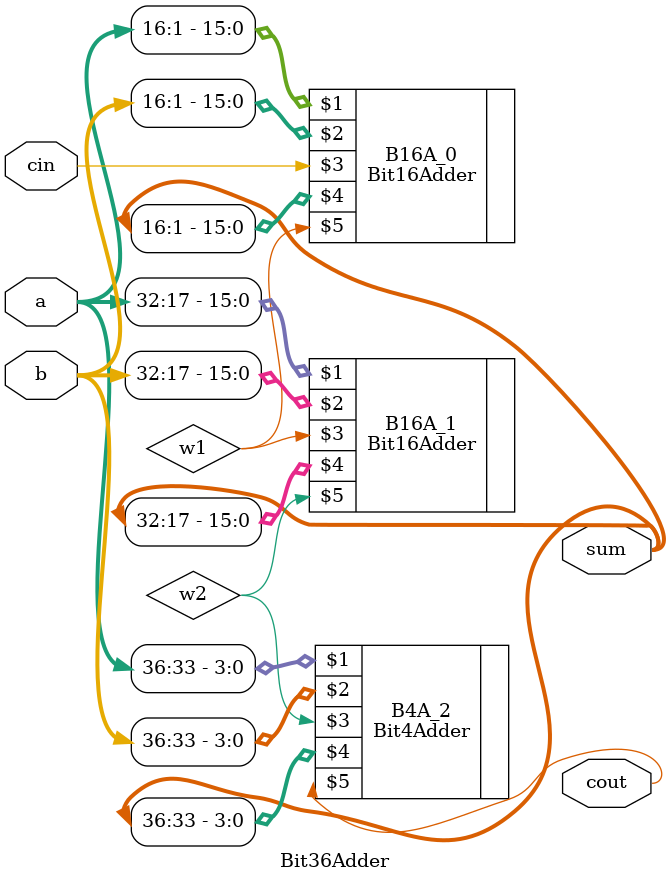
<source format=v>
`include "32BitAdder.v"

module Bit36Adder (a, b, cin, sum, cout);
input[36:1] a, b;
input cin;
output[36:1] sum;
output cout;

	wire w1, w2;

	Bit16Adder B16A_0(a[16:1], b[16:1], cin, sum[16:1], w1);
	Bit16Adder B16A_1(a[32:17], b[32:17], w1, sum[32:17], w2);
	Bit4Adder  B4A_2 (a[36:33], b[36:33], w2, sum[36:33], cout);

endmodule

</source>
